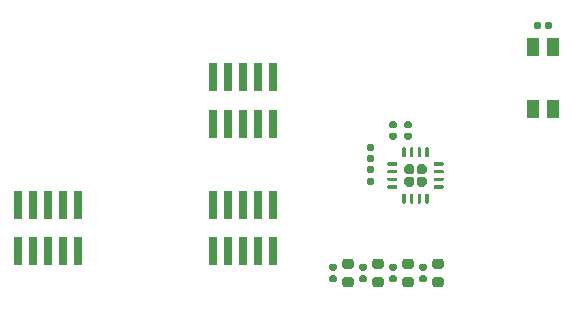
<source format=gbr>
%TF.GenerationSoftware,KiCad,Pcbnew,5.1.6-c6e7f7d~87~ubuntu18.04.1*%
%TF.CreationDate,2020-10-02T11:44:25-04:00*%
%TF.ProjectId,embedded-debug,656d6265-6464-4656-942d-64656275672e,rev?*%
%TF.SameCoordinates,Original*%
%TF.FileFunction,Paste,Top*%
%TF.FilePolarity,Positive*%
%FSLAX46Y46*%
G04 Gerber Fmt 4.6, Leading zero omitted, Abs format (unit mm)*
G04 Created by KiCad (PCBNEW 5.1.6-c6e7f7d~87~ubuntu18.04.1) date 2020-10-02 11:44:25*
%MOMM*%
%LPD*%
G01*
G04 APERTURE LIST*
%ADD10R,1.000000X1.550000*%
%ADD11R,0.740000X2.400000*%
G04 APERTURE END LIST*
D10*
%TO.C,SW1*%
X182460000Y-71205000D03*
X182460000Y-65955000D03*
X180760000Y-65955000D03*
X180760000Y-71205000D03*
%TD*%
%TO.C,R7*%
G36*
G01*
X166197500Y-85280000D02*
X166542500Y-85280000D01*
G75*
G02*
X166690000Y-85427500I0J-147500D01*
G01*
X166690000Y-85722500D01*
G75*
G02*
X166542500Y-85870000I-147500J0D01*
G01*
X166197500Y-85870000D01*
G75*
G02*
X166050000Y-85722500I0J147500D01*
G01*
X166050000Y-85427500D01*
G75*
G02*
X166197500Y-85280000I147500J0D01*
G01*
G37*
G36*
G01*
X166197500Y-84310000D02*
X166542500Y-84310000D01*
G75*
G02*
X166690000Y-84457500I0J-147500D01*
G01*
X166690000Y-84752500D01*
G75*
G02*
X166542500Y-84900000I-147500J0D01*
G01*
X166197500Y-84900000D01*
G75*
G02*
X166050000Y-84752500I0J147500D01*
G01*
X166050000Y-84457500D01*
G75*
G02*
X166197500Y-84310000I147500J0D01*
G01*
G37*
%TD*%
%TO.C,R6*%
G36*
G01*
X163657500Y-85280000D02*
X164002500Y-85280000D01*
G75*
G02*
X164150000Y-85427500I0J-147500D01*
G01*
X164150000Y-85722500D01*
G75*
G02*
X164002500Y-85870000I-147500J0D01*
G01*
X163657500Y-85870000D01*
G75*
G02*
X163510000Y-85722500I0J147500D01*
G01*
X163510000Y-85427500D01*
G75*
G02*
X163657500Y-85280000I147500J0D01*
G01*
G37*
G36*
G01*
X163657500Y-84310000D02*
X164002500Y-84310000D01*
G75*
G02*
X164150000Y-84457500I0J-147500D01*
G01*
X164150000Y-84752500D01*
G75*
G02*
X164002500Y-84900000I-147500J0D01*
G01*
X163657500Y-84900000D01*
G75*
G02*
X163510000Y-84752500I0J147500D01*
G01*
X163510000Y-84457500D01*
G75*
G02*
X163657500Y-84310000I147500J0D01*
G01*
G37*
%TD*%
D11*
%TO.C,J6*%
X142240000Y-79330000D03*
X142240000Y-83230000D03*
X140970000Y-79330000D03*
X140970000Y-83230000D03*
X139700000Y-79330000D03*
X139700000Y-83230000D03*
X138430000Y-79330000D03*
X138430000Y-83230000D03*
X137160000Y-79330000D03*
X137160000Y-83230000D03*
%TD*%
%TO.C,D4*%
G36*
G01*
X167896250Y-84740000D02*
X167383750Y-84740000D01*
G75*
G02*
X167165000Y-84521250I0J218750D01*
G01*
X167165000Y-84083750D01*
G75*
G02*
X167383750Y-83865000I218750J0D01*
G01*
X167896250Y-83865000D01*
G75*
G02*
X168115000Y-84083750I0J-218750D01*
G01*
X168115000Y-84521250D01*
G75*
G02*
X167896250Y-84740000I-218750J0D01*
G01*
G37*
G36*
G01*
X167896250Y-86315000D02*
X167383750Y-86315000D01*
G75*
G02*
X167165000Y-86096250I0J218750D01*
G01*
X167165000Y-85658750D01*
G75*
G02*
X167383750Y-85440000I218750J0D01*
G01*
X167896250Y-85440000D01*
G75*
G02*
X168115000Y-85658750I0J-218750D01*
G01*
X168115000Y-86096250D01*
G75*
G02*
X167896250Y-86315000I-218750J0D01*
G01*
G37*
%TD*%
%TO.C,D3*%
G36*
G01*
X165356250Y-84740000D02*
X164843750Y-84740000D01*
G75*
G02*
X164625000Y-84521250I0J218750D01*
G01*
X164625000Y-84083750D01*
G75*
G02*
X164843750Y-83865000I218750J0D01*
G01*
X165356250Y-83865000D01*
G75*
G02*
X165575000Y-84083750I0J-218750D01*
G01*
X165575000Y-84521250D01*
G75*
G02*
X165356250Y-84740000I-218750J0D01*
G01*
G37*
G36*
G01*
X165356250Y-86315000D02*
X164843750Y-86315000D01*
G75*
G02*
X164625000Y-86096250I0J218750D01*
G01*
X164625000Y-85658750D01*
G75*
G02*
X164843750Y-85440000I218750J0D01*
G01*
X165356250Y-85440000D01*
G75*
G02*
X165575000Y-85658750I0J-218750D01*
G01*
X165575000Y-86096250D01*
G75*
G02*
X165356250Y-86315000I-218750J0D01*
G01*
G37*
%TD*%
%TO.C,U1*%
G36*
G01*
X170715000Y-76097500D02*
X170715000Y-76522500D01*
G75*
G02*
X170502500Y-76735000I-212500J0D01*
G01*
X170077500Y-76735000D01*
G75*
G02*
X169865000Y-76522500I0J212500D01*
G01*
X169865000Y-76097500D01*
G75*
G02*
X170077500Y-75885000I212500J0D01*
G01*
X170502500Y-75885000D01*
G75*
G02*
X170715000Y-76097500I0J-212500D01*
G01*
G37*
G36*
G01*
X170715000Y-77147500D02*
X170715000Y-77572500D01*
G75*
G02*
X170502500Y-77785000I-212500J0D01*
G01*
X170077500Y-77785000D01*
G75*
G02*
X169865000Y-77572500I0J212500D01*
G01*
X169865000Y-77147500D01*
G75*
G02*
X170077500Y-76935000I212500J0D01*
G01*
X170502500Y-76935000D01*
G75*
G02*
X170715000Y-77147500I0J-212500D01*
G01*
G37*
G36*
G01*
X171765000Y-76097500D02*
X171765000Y-76522500D01*
G75*
G02*
X171552500Y-76735000I-212500J0D01*
G01*
X171127500Y-76735000D01*
G75*
G02*
X170915000Y-76522500I0J212500D01*
G01*
X170915000Y-76097500D01*
G75*
G02*
X171127500Y-75885000I212500J0D01*
G01*
X171552500Y-75885000D01*
G75*
G02*
X171765000Y-76097500I0J-212500D01*
G01*
G37*
G36*
G01*
X171765000Y-77147500D02*
X171765000Y-77572500D01*
G75*
G02*
X171552500Y-77785000I-212500J0D01*
G01*
X171127500Y-77785000D01*
G75*
G02*
X170915000Y-77572500I0J212500D01*
G01*
X170915000Y-77147500D01*
G75*
G02*
X171127500Y-76935000I212500J0D01*
G01*
X171552500Y-76935000D01*
G75*
G02*
X171765000Y-77147500I0J-212500D01*
G01*
G37*
G36*
G01*
X171940000Y-78435000D02*
X171940000Y-79135000D01*
G75*
G02*
X171865000Y-79210000I-75000J0D01*
G01*
X171715000Y-79210000D01*
G75*
G02*
X171640000Y-79135000I0J75000D01*
G01*
X171640000Y-78435000D01*
G75*
G02*
X171715000Y-78360000I75000J0D01*
G01*
X171865000Y-78360000D01*
G75*
G02*
X171940000Y-78435000I0J-75000D01*
G01*
G37*
G36*
G01*
X171290000Y-78435000D02*
X171290000Y-79135000D01*
G75*
G02*
X171215000Y-79210000I-75000J0D01*
G01*
X171065000Y-79210000D01*
G75*
G02*
X170990000Y-79135000I0J75000D01*
G01*
X170990000Y-78435000D01*
G75*
G02*
X171065000Y-78360000I75000J0D01*
G01*
X171215000Y-78360000D01*
G75*
G02*
X171290000Y-78435000I0J-75000D01*
G01*
G37*
G36*
G01*
X170640000Y-78435000D02*
X170640000Y-79135000D01*
G75*
G02*
X170565000Y-79210000I-75000J0D01*
G01*
X170415000Y-79210000D01*
G75*
G02*
X170340000Y-79135000I0J75000D01*
G01*
X170340000Y-78435000D01*
G75*
G02*
X170415000Y-78360000I75000J0D01*
G01*
X170565000Y-78360000D01*
G75*
G02*
X170640000Y-78435000I0J-75000D01*
G01*
G37*
G36*
G01*
X169990000Y-78435000D02*
X169990000Y-79135000D01*
G75*
G02*
X169915000Y-79210000I-75000J0D01*
G01*
X169765000Y-79210000D01*
G75*
G02*
X169690000Y-79135000I0J75000D01*
G01*
X169690000Y-78435000D01*
G75*
G02*
X169765000Y-78360000I75000J0D01*
G01*
X169915000Y-78360000D01*
G75*
G02*
X169990000Y-78435000I0J-75000D01*
G01*
G37*
G36*
G01*
X169290000Y-77735000D02*
X169290000Y-77885000D01*
G75*
G02*
X169215000Y-77960000I-75000J0D01*
G01*
X168515000Y-77960000D01*
G75*
G02*
X168440000Y-77885000I0J75000D01*
G01*
X168440000Y-77735000D01*
G75*
G02*
X168515000Y-77660000I75000J0D01*
G01*
X169215000Y-77660000D01*
G75*
G02*
X169290000Y-77735000I0J-75000D01*
G01*
G37*
G36*
G01*
X169290000Y-77085000D02*
X169290000Y-77235000D01*
G75*
G02*
X169215000Y-77310000I-75000J0D01*
G01*
X168515000Y-77310000D01*
G75*
G02*
X168440000Y-77235000I0J75000D01*
G01*
X168440000Y-77085000D01*
G75*
G02*
X168515000Y-77010000I75000J0D01*
G01*
X169215000Y-77010000D01*
G75*
G02*
X169290000Y-77085000I0J-75000D01*
G01*
G37*
G36*
G01*
X169290000Y-76435000D02*
X169290000Y-76585000D01*
G75*
G02*
X169215000Y-76660000I-75000J0D01*
G01*
X168515000Y-76660000D01*
G75*
G02*
X168440000Y-76585000I0J75000D01*
G01*
X168440000Y-76435000D01*
G75*
G02*
X168515000Y-76360000I75000J0D01*
G01*
X169215000Y-76360000D01*
G75*
G02*
X169290000Y-76435000I0J-75000D01*
G01*
G37*
G36*
G01*
X169290000Y-75785000D02*
X169290000Y-75935000D01*
G75*
G02*
X169215000Y-76010000I-75000J0D01*
G01*
X168515000Y-76010000D01*
G75*
G02*
X168440000Y-75935000I0J75000D01*
G01*
X168440000Y-75785000D01*
G75*
G02*
X168515000Y-75710000I75000J0D01*
G01*
X169215000Y-75710000D01*
G75*
G02*
X169290000Y-75785000I0J-75000D01*
G01*
G37*
G36*
G01*
X169990000Y-74535000D02*
X169990000Y-75235000D01*
G75*
G02*
X169915000Y-75310000I-75000J0D01*
G01*
X169765000Y-75310000D01*
G75*
G02*
X169690000Y-75235000I0J75000D01*
G01*
X169690000Y-74535000D01*
G75*
G02*
X169765000Y-74460000I75000J0D01*
G01*
X169915000Y-74460000D01*
G75*
G02*
X169990000Y-74535000I0J-75000D01*
G01*
G37*
G36*
G01*
X170640000Y-74535000D02*
X170640000Y-75235000D01*
G75*
G02*
X170565000Y-75310000I-75000J0D01*
G01*
X170415000Y-75310000D01*
G75*
G02*
X170340000Y-75235000I0J75000D01*
G01*
X170340000Y-74535000D01*
G75*
G02*
X170415000Y-74460000I75000J0D01*
G01*
X170565000Y-74460000D01*
G75*
G02*
X170640000Y-74535000I0J-75000D01*
G01*
G37*
G36*
G01*
X171290000Y-74535000D02*
X171290000Y-75235000D01*
G75*
G02*
X171215000Y-75310000I-75000J0D01*
G01*
X171065000Y-75310000D01*
G75*
G02*
X170990000Y-75235000I0J75000D01*
G01*
X170990000Y-74535000D01*
G75*
G02*
X171065000Y-74460000I75000J0D01*
G01*
X171215000Y-74460000D01*
G75*
G02*
X171290000Y-74535000I0J-75000D01*
G01*
G37*
G36*
G01*
X171940000Y-74535000D02*
X171940000Y-75235000D01*
G75*
G02*
X171865000Y-75310000I-75000J0D01*
G01*
X171715000Y-75310000D01*
G75*
G02*
X171640000Y-75235000I0J75000D01*
G01*
X171640000Y-74535000D01*
G75*
G02*
X171715000Y-74460000I75000J0D01*
G01*
X171865000Y-74460000D01*
G75*
G02*
X171940000Y-74535000I0J-75000D01*
G01*
G37*
G36*
G01*
X173190000Y-75785000D02*
X173190000Y-75935000D01*
G75*
G02*
X173115000Y-76010000I-75000J0D01*
G01*
X172415000Y-76010000D01*
G75*
G02*
X172340000Y-75935000I0J75000D01*
G01*
X172340000Y-75785000D01*
G75*
G02*
X172415000Y-75710000I75000J0D01*
G01*
X173115000Y-75710000D01*
G75*
G02*
X173190000Y-75785000I0J-75000D01*
G01*
G37*
G36*
G01*
X173190000Y-76435000D02*
X173190000Y-76585000D01*
G75*
G02*
X173115000Y-76660000I-75000J0D01*
G01*
X172415000Y-76660000D01*
G75*
G02*
X172340000Y-76585000I0J75000D01*
G01*
X172340000Y-76435000D01*
G75*
G02*
X172415000Y-76360000I75000J0D01*
G01*
X173115000Y-76360000D01*
G75*
G02*
X173190000Y-76435000I0J-75000D01*
G01*
G37*
G36*
G01*
X173190000Y-77085000D02*
X173190000Y-77235000D01*
G75*
G02*
X173115000Y-77310000I-75000J0D01*
G01*
X172415000Y-77310000D01*
G75*
G02*
X172340000Y-77235000I0J75000D01*
G01*
X172340000Y-77085000D01*
G75*
G02*
X172415000Y-77010000I75000J0D01*
G01*
X173115000Y-77010000D01*
G75*
G02*
X173190000Y-77085000I0J-75000D01*
G01*
G37*
G36*
G01*
X173190000Y-77735000D02*
X173190000Y-77885000D01*
G75*
G02*
X173115000Y-77960000I-75000J0D01*
G01*
X172415000Y-77960000D01*
G75*
G02*
X172340000Y-77885000I0J75000D01*
G01*
X172340000Y-77735000D01*
G75*
G02*
X172415000Y-77660000I75000J0D01*
G01*
X173115000Y-77660000D01*
G75*
G02*
X173190000Y-77735000I0J-75000D01*
G01*
G37*
%TD*%
%TO.C,R5*%
G36*
G01*
X168737500Y-85280000D02*
X169082500Y-85280000D01*
G75*
G02*
X169230000Y-85427500I0J-147500D01*
G01*
X169230000Y-85722500D01*
G75*
G02*
X169082500Y-85870000I-147500J0D01*
G01*
X168737500Y-85870000D01*
G75*
G02*
X168590000Y-85722500I0J147500D01*
G01*
X168590000Y-85427500D01*
G75*
G02*
X168737500Y-85280000I147500J0D01*
G01*
G37*
G36*
G01*
X168737500Y-84310000D02*
X169082500Y-84310000D01*
G75*
G02*
X169230000Y-84457500I0J-147500D01*
G01*
X169230000Y-84752500D01*
G75*
G02*
X169082500Y-84900000I-147500J0D01*
G01*
X168737500Y-84900000D01*
G75*
G02*
X168590000Y-84752500I0J147500D01*
G01*
X168590000Y-84457500D01*
G75*
G02*
X168737500Y-84310000I147500J0D01*
G01*
G37*
%TD*%
%TO.C,R4*%
G36*
G01*
X171277500Y-85280000D02*
X171622500Y-85280000D01*
G75*
G02*
X171770000Y-85427500I0J-147500D01*
G01*
X171770000Y-85722500D01*
G75*
G02*
X171622500Y-85870000I-147500J0D01*
G01*
X171277500Y-85870000D01*
G75*
G02*
X171130000Y-85722500I0J147500D01*
G01*
X171130000Y-85427500D01*
G75*
G02*
X171277500Y-85280000I147500J0D01*
G01*
G37*
G36*
G01*
X171277500Y-84310000D02*
X171622500Y-84310000D01*
G75*
G02*
X171770000Y-84457500I0J-147500D01*
G01*
X171770000Y-84752500D01*
G75*
G02*
X171622500Y-84900000I-147500J0D01*
G01*
X171277500Y-84900000D01*
G75*
G02*
X171130000Y-84752500I0J147500D01*
G01*
X171130000Y-84457500D01*
G75*
G02*
X171277500Y-84310000I147500J0D01*
G01*
G37*
%TD*%
%TO.C,R3*%
G36*
G01*
X181800000Y-64307500D02*
X181800000Y-63962500D01*
G75*
G02*
X181947500Y-63815000I147500J0D01*
G01*
X182242500Y-63815000D01*
G75*
G02*
X182390000Y-63962500I0J-147500D01*
G01*
X182390000Y-64307500D01*
G75*
G02*
X182242500Y-64455000I-147500J0D01*
G01*
X181947500Y-64455000D01*
G75*
G02*
X181800000Y-64307500I0J147500D01*
G01*
G37*
G36*
G01*
X180830000Y-64307500D02*
X180830000Y-63962500D01*
G75*
G02*
X180977500Y-63815000I147500J0D01*
G01*
X181272500Y-63815000D01*
G75*
G02*
X181420000Y-63962500I0J-147500D01*
G01*
X181420000Y-64307500D01*
G75*
G02*
X181272500Y-64455000I-147500J0D01*
G01*
X180977500Y-64455000D01*
G75*
G02*
X180830000Y-64307500I0J147500D01*
G01*
G37*
%TD*%
%TO.C,R2*%
G36*
G01*
X170007500Y-73215000D02*
X170352500Y-73215000D01*
G75*
G02*
X170500000Y-73362500I0J-147500D01*
G01*
X170500000Y-73657500D01*
G75*
G02*
X170352500Y-73805000I-147500J0D01*
G01*
X170007500Y-73805000D01*
G75*
G02*
X169860000Y-73657500I0J147500D01*
G01*
X169860000Y-73362500D01*
G75*
G02*
X170007500Y-73215000I147500J0D01*
G01*
G37*
G36*
G01*
X170007500Y-72245000D02*
X170352500Y-72245000D01*
G75*
G02*
X170500000Y-72392500I0J-147500D01*
G01*
X170500000Y-72687500D01*
G75*
G02*
X170352500Y-72835000I-147500J0D01*
G01*
X170007500Y-72835000D01*
G75*
G02*
X169860000Y-72687500I0J147500D01*
G01*
X169860000Y-72392500D01*
G75*
G02*
X170007500Y-72245000I147500J0D01*
G01*
G37*
%TD*%
%TO.C,R1*%
G36*
G01*
X168737500Y-73215000D02*
X169082500Y-73215000D01*
G75*
G02*
X169230000Y-73362500I0J-147500D01*
G01*
X169230000Y-73657500D01*
G75*
G02*
X169082500Y-73805000I-147500J0D01*
G01*
X168737500Y-73805000D01*
G75*
G02*
X168590000Y-73657500I0J147500D01*
G01*
X168590000Y-73362500D01*
G75*
G02*
X168737500Y-73215000I147500J0D01*
G01*
G37*
G36*
G01*
X168737500Y-72245000D02*
X169082500Y-72245000D01*
G75*
G02*
X169230000Y-72392500I0J-147500D01*
G01*
X169230000Y-72687500D01*
G75*
G02*
X169082500Y-72835000I-147500J0D01*
G01*
X168737500Y-72835000D01*
G75*
G02*
X168590000Y-72687500I0J147500D01*
G01*
X168590000Y-72392500D01*
G75*
G02*
X168737500Y-72245000I147500J0D01*
G01*
G37*
%TD*%
%TO.C,J2*%
X158750000Y-79330000D03*
X158750000Y-83230000D03*
X157480000Y-79330000D03*
X157480000Y-83230000D03*
X156210000Y-79330000D03*
X156210000Y-83230000D03*
X154940000Y-79330000D03*
X154940000Y-83230000D03*
X153670000Y-79330000D03*
X153670000Y-83230000D03*
%TD*%
%TO.C,J1*%
X158750000Y-68535000D03*
X158750000Y-72435000D03*
X157480000Y-68535000D03*
X157480000Y-72435000D03*
X156210000Y-68535000D03*
X156210000Y-72435000D03*
X154940000Y-68535000D03*
X154940000Y-72435000D03*
X153670000Y-68535000D03*
X153670000Y-72435000D03*
%TD*%
%TO.C,D2*%
G36*
G01*
X170436250Y-84740000D02*
X169923750Y-84740000D01*
G75*
G02*
X169705000Y-84521250I0J218750D01*
G01*
X169705000Y-84083750D01*
G75*
G02*
X169923750Y-83865000I218750J0D01*
G01*
X170436250Y-83865000D01*
G75*
G02*
X170655000Y-84083750I0J-218750D01*
G01*
X170655000Y-84521250D01*
G75*
G02*
X170436250Y-84740000I-218750J0D01*
G01*
G37*
G36*
G01*
X170436250Y-86315000D02*
X169923750Y-86315000D01*
G75*
G02*
X169705000Y-86096250I0J218750D01*
G01*
X169705000Y-85658750D01*
G75*
G02*
X169923750Y-85440000I218750J0D01*
G01*
X170436250Y-85440000D01*
G75*
G02*
X170655000Y-85658750I0J-218750D01*
G01*
X170655000Y-86096250D01*
G75*
G02*
X170436250Y-86315000I-218750J0D01*
G01*
G37*
%TD*%
%TO.C,D1*%
G36*
G01*
X172976250Y-84740000D02*
X172463750Y-84740000D01*
G75*
G02*
X172245000Y-84521250I0J218750D01*
G01*
X172245000Y-84083750D01*
G75*
G02*
X172463750Y-83865000I218750J0D01*
G01*
X172976250Y-83865000D01*
G75*
G02*
X173195000Y-84083750I0J-218750D01*
G01*
X173195000Y-84521250D01*
G75*
G02*
X172976250Y-84740000I-218750J0D01*
G01*
G37*
G36*
G01*
X172976250Y-86315000D02*
X172463750Y-86315000D01*
G75*
G02*
X172245000Y-86096250I0J218750D01*
G01*
X172245000Y-85658750D01*
G75*
G02*
X172463750Y-85440000I218750J0D01*
G01*
X172976250Y-85440000D01*
G75*
G02*
X173195000Y-85658750I0J-218750D01*
G01*
X173195000Y-86096250D01*
G75*
G02*
X172976250Y-86315000I-218750J0D01*
G01*
G37*
%TD*%
%TO.C,C2*%
G36*
G01*
X167177500Y-74740000D02*
X166832500Y-74740000D01*
G75*
G02*
X166685000Y-74592500I0J147500D01*
G01*
X166685000Y-74297500D01*
G75*
G02*
X166832500Y-74150000I147500J0D01*
G01*
X167177500Y-74150000D01*
G75*
G02*
X167325000Y-74297500I0J-147500D01*
G01*
X167325000Y-74592500D01*
G75*
G02*
X167177500Y-74740000I-147500J0D01*
G01*
G37*
G36*
G01*
X167177500Y-75710000D02*
X166832500Y-75710000D01*
G75*
G02*
X166685000Y-75562500I0J147500D01*
G01*
X166685000Y-75267500D01*
G75*
G02*
X166832500Y-75120000I147500J0D01*
G01*
X167177500Y-75120000D01*
G75*
G02*
X167325000Y-75267500I0J-147500D01*
G01*
X167325000Y-75562500D01*
G75*
G02*
X167177500Y-75710000I-147500J0D01*
G01*
G37*
%TD*%
%TO.C,C1*%
G36*
G01*
X166832500Y-77025000D02*
X167177500Y-77025000D01*
G75*
G02*
X167325000Y-77172500I0J-147500D01*
G01*
X167325000Y-77467500D01*
G75*
G02*
X167177500Y-77615000I-147500J0D01*
G01*
X166832500Y-77615000D01*
G75*
G02*
X166685000Y-77467500I0J147500D01*
G01*
X166685000Y-77172500D01*
G75*
G02*
X166832500Y-77025000I147500J0D01*
G01*
G37*
G36*
G01*
X166832500Y-76055000D02*
X167177500Y-76055000D01*
G75*
G02*
X167325000Y-76202500I0J-147500D01*
G01*
X167325000Y-76497500D01*
G75*
G02*
X167177500Y-76645000I-147500J0D01*
G01*
X166832500Y-76645000D01*
G75*
G02*
X166685000Y-76497500I0J147500D01*
G01*
X166685000Y-76202500D01*
G75*
G02*
X166832500Y-76055000I147500J0D01*
G01*
G37*
%TD*%
M02*

</source>
